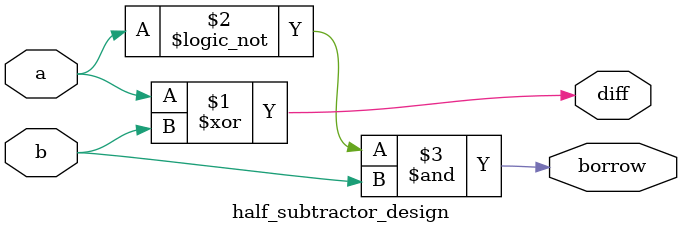
<source format=v>
`timescale 1ns / 1ps


module half_subtractor_design(
    input a,
    input b,
    output diff,
    output borrow
    );
    assign diff=a^b;
    assign borrow=!a&b;
endmodule

</source>
